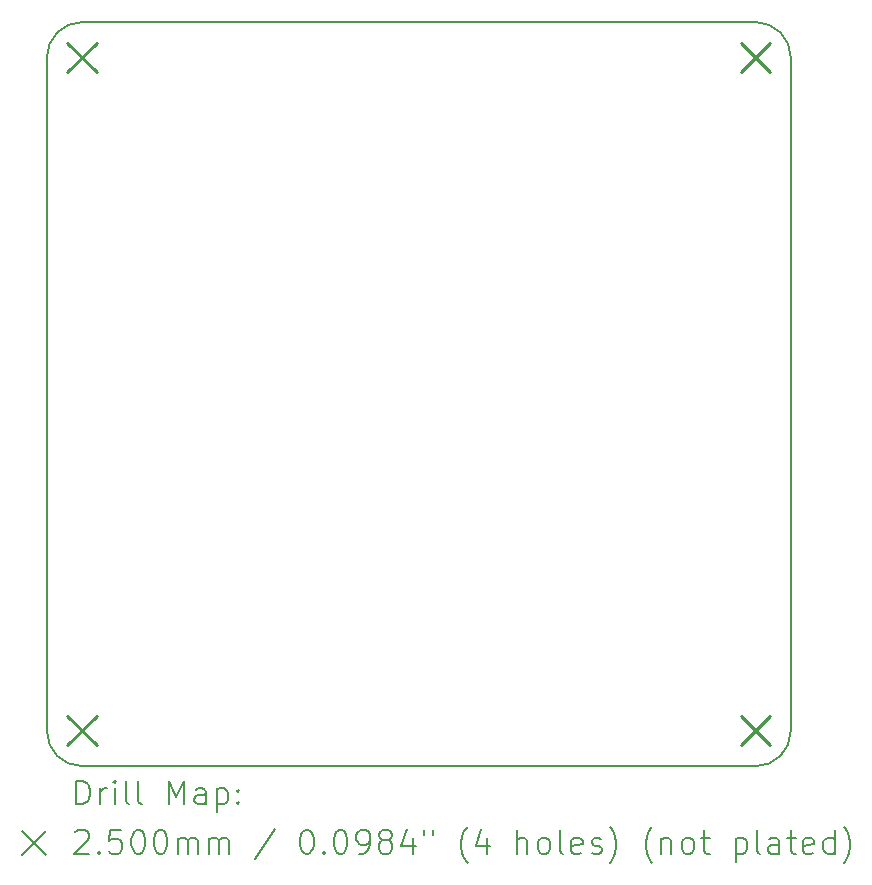
<source format=gbr>
%TF.GenerationSoftware,KiCad,Pcbnew,7.0.8*%
%TF.CreationDate,2024-05-10T10:59:23-03:00*%
%TF.ProjectId,on_off_module_x2,6f6e5f6f-6666-45f6-9d6f-64756c655f78,1.0*%
%TF.SameCoordinates,Original*%
%TF.FileFunction,Drillmap*%
%TF.FilePolarity,Positive*%
%FSLAX45Y45*%
G04 Gerber Fmt 4.5, Leading zero omitted, Abs format (unit mm)*
G04 Created by KiCad (PCBNEW 7.0.8) date 2024-05-10 10:59:23*
%MOMM*%
%LPD*%
G01*
G04 APERTURE LIST*
%ADD10C,0.200000*%
%ADD11C,0.250000*%
G04 APERTURE END LIST*
D10*
X12009120Y-5948185D02*
X17709120Y-5948185D01*
X12009120Y-5948190D02*
G75*
G03*
X11709120Y-6248191I0J-300000D01*
G01*
X18009125Y-6248185D02*
G75*
G03*
X17709120Y-5948185I-299995J5D01*
G01*
X11709119Y-11948191D02*
G75*
G03*
X12009120Y-12248191I299991J-9D01*
G01*
X11709120Y-11948191D02*
X11709120Y-6248191D01*
X12009120Y-12248191D02*
X17709120Y-12248191D01*
X18009120Y-6248185D02*
X18009120Y-11948191D01*
X17709120Y-12248190D02*
G75*
G03*
X18009120Y-11948191I0J300000D01*
G01*
D11*
X11884120Y-6123191D02*
X12134120Y-6373191D01*
X12134120Y-6123191D02*
X11884120Y-6373191D01*
X11884120Y-11823191D02*
X12134120Y-12073191D01*
X12134120Y-11823191D02*
X11884120Y-12073191D01*
X17584120Y-6123185D02*
X17834120Y-6373185D01*
X17834120Y-6123185D02*
X17584120Y-6373185D01*
X17584120Y-11823191D02*
X17834120Y-12073191D01*
X17834120Y-11823191D02*
X17584120Y-12073191D01*
D10*
X11959896Y-12569675D02*
X11959896Y-12369675D01*
X11959896Y-12369675D02*
X12007515Y-12369675D01*
X12007515Y-12369675D02*
X12036086Y-12379198D01*
X12036086Y-12379198D02*
X12055134Y-12398246D01*
X12055134Y-12398246D02*
X12064658Y-12417294D01*
X12064658Y-12417294D02*
X12074182Y-12455389D01*
X12074182Y-12455389D02*
X12074182Y-12483960D01*
X12074182Y-12483960D02*
X12064658Y-12522055D01*
X12064658Y-12522055D02*
X12055134Y-12541103D01*
X12055134Y-12541103D02*
X12036086Y-12560151D01*
X12036086Y-12560151D02*
X12007515Y-12569675D01*
X12007515Y-12569675D02*
X11959896Y-12569675D01*
X12159896Y-12569675D02*
X12159896Y-12436341D01*
X12159896Y-12474436D02*
X12169420Y-12455389D01*
X12169420Y-12455389D02*
X12178944Y-12445865D01*
X12178944Y-12445865D02*
X12197991Y-12436341D01*
X12197991Y-12436341D02*
X12217039Y-12436341D01*
X12283705Y-12569675D02*
X12283705Y-12436341D01*
X12283705Y-12369675D02*
X12274182Y-12379198D01*
X12274182Y-12379198D02*
X12283705Y-12388722D01*
X12283705Y-12388722D02*
X12293229Y-12379198D01*
X12293229Y-12379198D02*
X12283705Y-12369675D01*
X12283705Y-12369675D02*
X12283705Y-12388722D01*
X12407515Y-12569675D02*
X12388467Y-12560151D01*
X12388467Y-12560151D02*
X12378944Y-12541103D01*
X12378944Y-12541103D02*
X12378944Y-12369675D01*
X12512277Y-12569675D02*
X12493229Y-12560151D01*
X12493229Y-12560151D02*
X12483705Y-12541103D01*
X12483705Y-12541103D02*
X12483705Y-12369675D01*
X12740848Y-12569675D02*
X12740848Y-12369675D01*
X12740848Y-12369675D02*
X12807515Y-12512532D01*
X12807515Y-12512532D02*
X12874182Y-12369675D01*
X12874182Y-12369675D02*
X12874182Y-12569675D01*
X13055134Y-12569675D02*
X13055134Y-12464913D01*
X13055134Y-12464913D02*
X13045610Y-12445865D01*
X13045610Y-12445865D02*
X13026563Y-12436341D01*
X13026563Y-12436341D02*
X12988467Y-12436341D01*
X12988467Y-12436341D02*
X12969420Y-12445865D01*
X13055134Y-12560151D02*
X13036086Y-12569675D01*
X13036086Y-12569675D02*
X12988467Y-12569675D01*
X12988467Y-12569675D02*
X12969420Y-12560151D01*
X12969420Y-12560151D02*
X12959896Y-12541103D01*
X12959896Y-12541103D02*
X12959896Y-12522055D01*
X12959896Y-12522055D02*
X12969420Y-12503008D01*
X12969420Y-12503008D02*
X12988467Y-12493484D01*
X12988467Y-12493484D02*
X13036086Y-12493484D01*
X13036086Y-12493484D02*
X13055134Y-12483960D01*
X13150372Y-12436341D02*
X13150372Y-12636341D01*
X13150372Y-12445865D02*
X13169420Y-12436341D01*
X13169420Y-12436341D02*
X13207515Y-12436341D01*
X13207515Y-12436341D02*
X13226563Y-12445865D01*
X13226563Y-12445865D02*
X13236086Y-12455389D01*
X13236086Y-12455389D02*
X13245610Y-12474436D01*
X13245610Y-12474436D02*
X13245610Y-12531579D01*
X13245610Y-12531579D02*
X13236086Y-12550627D01*
X13236086Y-12550627D02*
X13226563Y-12560151D01*
X13226563Y-12560151D02*
X13207515Y-12569675D01*
X13207515Y-12569675D02*
X13169420Y-12569675D01*
X13169420Y-12569675D02*
X13150372Y-12560151D01*
X13331325Y-12550627D02*
X13340848Y-12560151D01*
X13340848Y-12560151D02*
X13331325Y-12569675D01*
X13331325Y-12569675D02*
X13321801Y-12560151D01*
X13321801Y-12560151D02*
X13331325Y-12550627D01*
X13331325Y-12550627D02*
X13331325Y-12569675D01*
X13331325Y-12445865D02*
X13340848Y-12455389D01*
X13340848Y-12455389D02*
X13331325Y-12464913D01*
X13331325Y-12464913D02*
X13321801Y-12455389D01*
X13321801Y-12455389D02*
X13331325Y-12445865D01*
X13331325Y-12445865D02*
X13331325Y-12464913D01*
X11499119Y-12798191D02*
X11699119Y-12998191D01*
X11699119Y-12798191D02*
X11499119Y-12998191D01*
X11950372Y-12808722D02*
X11959896Y-12799198D01*
X11959896Y-12799198D02*
X11978944Y-12789675D01*
X11978944Y-12789675D02*
X12026563Y-12789675D01*
X12026563Y-12789675D02*
X12045610Y-12799198D01*
X12045610Y-12799198D02*
X12055134Y-12808722D01*
X12055134Y-12808722D02*
X12064658Y-12827770D01*
X12064658Y-12827770D02*
X12064658Y-12846817D01*
X12064658Y-12846817D02*
X12055134Y-12875389D01*
X12055134Y-12875389D02*
X11940848Y-12989675D01*
X11940848Y-12989675D02*
X12064658Y-12989675D01*
X12150372Y-12970627D02*
X12159896Y-12980151D01*
X12159896Y-12980151D02*
X12150372Y-12989675D01*
X12150372Y-12989675D02*
X12140848Y-12980151D01*
X12140848Y-12980151D02*
X12150372Y-12970627D01*
X12150372Y-12970627D02*
X12150372Y-12989675D01*
X12340848Y-12789675D02*
X12245610Y-12789675D01*
X12245610Y-12789675D02*
X12236086Y-12884913D01*
X12236086Y-12884913D02*
X12245610Y-12875389D01*
X12245610Y-12875389D02*
X12264658Y-12865865D01*
X12264658Y-12865865D02*
X12312277Y-12865865D01*
X12312277Y-12865865D02*
X12331325Y-12875389D01*
X12331325Y-12875389D02*
X12340848Y-12884913D01*
X12340848Y-12884913D02*
X12350372Y-12903960D01*
X12350372Y-12903960D02*
X12350372Y-12951579D01*
X12350372Y-12951579D02*
X12340848Y-12970627D01*
X12340848Y-12970627D02*
X12331325Y-12980151D01*
X12331325Y-12980151D02*
X12312277Y-12989675D01*
X12312277Y-12989675D02*
X12264658Y-12989675D01*
X12264658Y-12989675D02*
X12245610Y-12980151D01*
X12245610Y-12980151D02*
X12236086Y-12970627D01*
X12474182Y-12789675D02*
X12493229Y-12789675D01*
X12493229Y-12789675D02*
X12512277Y-12799198D01*
X12512277Y-12799198D02*
X12521801Y-12808722D01*
X12521801Y-12808722D02*
X12531325Y-12827770D01*
X12531325Y-12827770D02*
X12540848Y-12865865D01*
X12540848Y-12865865D02*
X12540848Y-12913484D01*
X12540848Y-12913484D02*
X12531325Y-12951579D01*
X12531325Y-12951579D02*
X12521801Y-12970627D01*
X12521801Y-12970627D02*
X12512277Y-12980151D01*
X12512277Y-12980151D02*
X12493229Y-12989675D01*
X12493229Y-12989675D02*
X12474182Y-12989675D01*
X12474182Y-12989675D02*
X12455134Y-12980151D01*
X12455134Y-12980151D02*
X12445610Y-12970627D01*
X12445610Y-12970627D02*
X12436086Y-12951579D01*
X12436086Y-12951579D02*
X12426563Y-12913484D01*
X12426563Y-12913484D02*
X12426563Y-12865865D01*
X12426563Y-12865865D02*
X12436086Y-12827770D01*
X12436086Y-12827770D02*
X12445610Y-12808722D01*
X12445610Y-12808722D02*
X12455134Y-12799198D01*
X12455134Y-12799198D02*
X12474182Y-12789675D01*
X12664658Y-12789675D02*
X12683706Y-12789675D01*
X12683706Y-12789675D02*
X12702753Y-12799198D01*
X12702753Y-12799198D02*
X12712277Y-12808722D01*
X12712277Y-12808722D02*
X12721801Y-12827770D01*
X12721801Y-12827770D02*
X12731325Y-12865865D01*
X12731325Y-12865865D02*
X12731325Y-12913484D01*
X12731325Y-12913484D02*
X12721801Y-12951579D01*
X12721801Y-12951579D02*
X12712277Y-12970627D01*
X12712277Y-12970627D02*
X12702753Y-12980151D01*
X12702753Y-12980151D02*
X12683706Y-12989675D01*
X12683706Y-12989675D02*
X12664658Y-12989675D01*
X12664658Y-12989675D02*
X12645610Y-12980151D01*
X12645610Y-12980151D02*
X12636086Y-12970627D01*
X12636086Y-12970627D02*
X12626563Y-12951579D01*
X12626563Y-12951579D02*
X12617039Y-12913484D01*
X12617039Y-12913484D02*
X12617039Y-12865865D01*
X12617039Y-12865865D02*
X12626563Y-12827770D01*
X12626563Y-12827770D02*
X12636086Y-12808722D01*
X12636086Y-12808722D02*
X12645610Y-12799198D01*
X12645610Y-12799198D02*
X12664658Y-12789675D01*
X12817039Y-12989675D02*
X12817039Y-12856341D01*
X12817039Y-12875389D02*
X12826563Y-12865865D01*
X12826563Y-12865865D02*
X12845610Y-12856341D01*
X12845610Y-12856341D02*
X12874182Y-12856341D01*
X12874182Y-12856341D02*
X12893229Y-12865865D01*
X12893229Y-12865865D02*
X12902753Y-12884913D01*
X12902753Y-12884913D02*
X12902753Y-12989675D01*
X12902753Y-12884913D02*
X12912277Y-12865865D01*
X12912277Y-12865865D02*
X12931325Y-12856341D01*
X12931325Y-12856341D02*
X12959896Y-12856341D01*
X12959896Y-12856341D02*
X12978944Y-12865865D01*
X12978944Y-12865865D02*
X12988467Y-12884913D01*
X12988467Y-12884913D02*
X12988467Y-12989675D01*
X13083706Y-12989675D02*
X13083706Y-12856341D01*
X13083706Y-12875389D02*
X13093229Y-12865865D01*
X13093229Y-12865865D02*
X13112277Y-12856341D01*
X13112277Y-12856341D02*
X13140848Y-12856341D01*
X13140848Y-12856341D02*
X13159896Y-12865865D01*
X13159896Y-12865865D02*
X13169420Y-12884913D01*
X13169420Y-12884913D02*
X13169420Y-12989675D01*
X13169420Y-12884913D02*
X13178944Y-12865865D01*
X13178944Y-12865865D02*
X13197991Y-12856341D01*
X13197991Y-12856341D02*
X13226563Y-12856341D01*
X13226563Y-12856341D02*
X13245610Y-12865865D01*
X13245610Y-12865865D02*
X13255134Y-12884913D01*
X13255134Y-12884913D02*
X13255134Y-12989675D01*
X13645610Y-12780151D02*
X13474182Y-13037294D01*
X13902753Y-12789675D02*
X13921801Y-12789675D01*
X13921801Y-12789675D02*
X13940849Y-12799198D01*
X13940849Y-12799198D02*
X13950372Y-12808722D01*
X13950372Y-12808722D02*
X13959896Y-12827770D01*
X13959896Y-12827770D02*
X13969420Y-12865865D01*
X13969420Y-12865865D02*
X13969420Y-12913484D01*
X13969420Y-12913484D02*
X13959896Y-12951579D01*
X13959896Y-12951579D02*
X13950372Y-12970627D01*
X13950372Y-12970627D02*
X13940849Y-12980151D01*
X13940849Y-12980151D02*
X13921801Y-12989675D01*
X13921801Y-12989675D02*
X13902753Y-12989675D01*
X13902753Y-12989675D02*
X13883706Y-12980151D01*
X13883706Y-12980151D02*
X13874182Y-12970627D01*
X13874182Y-12970627D02*
X13864658Y-12951579D01*
X13864658Y-12951579D02*
X13855134Y-12913484D01*
X13855134Y-12913484D02*
X13855134Y-12865865D01*
X13855134Y-12865865D02*
X13864658Y-12827770D01*
X13864658Y-12827770D02*
X13874182Y-12808722D01*
X13874182Y-12808722D02*
X13883706Y-12799198D01*
X13883706Y-12799198D02*
X13902753Y-12789675D01*
X14055134Y-12970627D02*
X14064658Y-12980151D01*
X14064658Y-12980151D02*
X14055134Y-12989675D01*
X14055134Y-12989675D02*
X14045610Y-12980151D01*
X14045610Y-12980151D02*
X14055134Y-12970627D01*
X14055134Y-12970627D02*
X14055134Y-12989675D01*
X14188468Y-12789675D02*
X14207515Y-12789675D01*
X14207515Y-12789675D02*
X14226563Y-12799198D01*
X14226563Y-12799198D02*
X14236087Y-12808722D01*
X14236087Y-12808722D02*
X14245610Y-12827770D01*
X14245610Y-12827770D02*
X14255134Y-12865865D01*
X14255134Y-12865865D02*
X14255134Y-12913484D01*
X14255134Y-12913484D02*
X14245610Y-12951579D01*
X14245610Y-12951579D02*
X14236087Y-12970627D01*
X14236087Y-12970627D02*
X14226563Y-12980151D01*
X14226563Y-12980151D02*
X14207515Y-12989675D01*
X14207515Y-12989675D02*
X14188468Y-12989675D01*
X14188468Y-12989675D02*
X14169420Y-12980151D01*
X14169420Y-12980151D02*
X14159896Y-12970627D01*
X14159896Y-12970627D02*
X14150372Y-12951579D01*
X14150372Y-12951579D02*
X14140849Y-12913484D01*
X14140849Y-12913484D02*
X14140849Y-12865865D01*
X14140849Y-12865865D02*
X14150372Y-12827770D01*
X14150372Y-12827770D02*
X14159896Y-12808722D01*
X14159896Y-12808722D02*
X14169420Y-12799198D01*
X14169420Y-12799198D02*
X14188468Y-12789675D01*
X14350372Y-12989675D02*
X14388468Y-12989675D01*
X14388468Y-12989675D02*
X14407515Y-12980151D01*
X14407515Y-12980151D02*
X14417039Y-12970627D01*
X14417039Y-12970627D02*
X14436087Y-12942055D01*
X14436087Y-12942055D02*
X14445610Y-12903960D01*
X14445610Y-12903960D02*
X14445610Y-12827770D01*
X14445610Y-12827770D02*
X14436087Y-12808722D01*
X14436087Y-12808722D02*
X14426563Y-12799198D01*
X14426563Y-12799198D02*
X14407515Y-12789675D01*
X14407515Y-12789675D02*
X14369420Y-12789675D01*
X14369420Y-12789675D02*
X14350372Y-12799198D01*
X14350372Y-12799198D02*
X14340849Y-12808722D01*
X14340849Y-12808722D02*
X14331325Y-12827770D01*
X14331325Y-12827770D02*
X14331325Y-12875389D01*
X14331325Y-12875389D02*
X14340849Y-12894436D01*
X14340849Y-12894436D02*
X14350372Y-12903960D01*
X14350372Y-12903960D02*
X14369420Y-12913484D01*
X14369420Y-12913484D02*
X14407515Y-12913484D01*
X14407515Y-12913484D02*
X14426563Y-12903960D01*
X14426563Y-12903960D02*
X14436087Y-12894436D01*
X14436087Y-12894436D02*
X14445610Y-12875389D01*
X14559896Y-12875389D02*
X14540849Y-12865865D01*
X14540849Y-12865865D02*
X14531325Y-12856341D01*
X14531325Y-12856341D02*
X14521801Y-12837294D01*
X14521801Y-12837294D02*
X14521801Y-12827770D01*
X14521801Y-12827770D02*
X14531325Y-12808722D01*
X14531325Y-12808722D02*
X14540849Y-12799198D01*
X14540849Y-12799198D02*
X14559896Y-12789675D01*
X14559896Y-12789675D02*
X14597991Y-12789675D01*
X14597991Y-12789675D02*
X14617039Y-12799198D01*
X14617039Y-12799198D02*
X14626563Y-12808722D01*
X14626563Y-12808722D02*
X14636087Y-12827770D01*
X14636087Y-12827770D02*
X14636087Y-12837294D01*
X14636087Y-12837294D02*
X14626563Y-12856341D01*
X14626563Y-12856341D02*
X14617039Y-12865865D01*
X14617039Y-12865865D02*
X14597991Y-12875389D01*
X14597991Y-12875389D02*
X14559896Y-12875389D01*
X14559896Y-12875389D02*
X14540849Y-12884913D01*
X14540849Y-12884913D02*
X14531325Y-12894436D01*
X14531325Y-12894436D02*
X14521801Y-12913484D01*
X14521801Y-12913484D02*
X14521801Y-12951579D01*
X14521801Y-12951579D02*
X14531325Y-12970627D01*
X14531325Y-12970627D02*
X14540849Y-12980151D01*
X14540849Y-12980151D02*
X14559896Y-12989675D01*
X14559896Y-12989675D02*
X14597991Y-12989675D01*
X14597991Y-12989675D02*
X14617039Y-12980151D01*
X14617039Y-12980151D02*
X14626563Y-12970627D01*
X14626563Y-12970627D02*
X14636087Y-12951579D01*
X14636087Y-12951579D02*
X14636087Y-12913484D01*
X14636087Y-12913484D02*
X14626563Y-12894436D01*
X14626563Y-12894436D02*
X14617039Y-12884913D01*
X14617039Y-12884913D02*
X14597991Y-12875389D01*
X14807515Y-12856341D02*
X14807515Y-12989675D01*
X14759896Y-12780151D02*
X14712277Y-12923008D01*
X14712277Y-12923008D02*
X14836087Y-12923008D01*
X14902753Y-12789675D02*
X14902753Y-12827770D01*
X14978944Y-12789675D02*
X14978944Y-12827770D01*
X15274182Y-13065865D02*
X15264658Y-13056341D01*
X15264658Y-13056341D02*
X15245611Y-13027770D01*
X15245611Y-13027770D02*
X15236087Y-13008722D01*
X15236087Y-13008722D02*
X15226563Y-12980151D01*
X15226563Y-12980151D02*
X15217039Y-12932532D01*
X15217039Y-12932532D02*
X15217039Y-12894436D01*
X15217039Y-12894436D02*
X15226563Y-12846817D01*
X15226563Y-12846817D02*
X15236087Y-12818246D01*
X15236087Y-12818246D02*
X15245611Y-12799198D01*
X15245611Y-12799198D02*
X15264658Y-12770627D01*
X15264658Y-12770627D02*
X15274182Y-12761103D01*
X15436087Y-12856341D02*
X15436087Y-12989675D01*
X15388468Y-12780151D02*
X15340849Y-12923008D01*
X15340849Y-12923008D02*
X15464658Y-12923008D01*
X15693230Y-12989675D02*
X15693230Y-12789675D01*
X15778944Y-12989675D02*
X15778944Y-12884913D01*
X15778944Y-12884913D02*
X15769420Y-12865865D01*
X15769420Y-12865865D02*
X15750373Y-12856341D01*
X15750373Y-12856341D02*
X15721801Y-12856341D01*
X15721801Y-12856341D02*
X15702753Y-12865865D01*
X15702753Y-12865865D02*
X15693230Y-12875389D01*
X15902753Y-12989675D02*
X15883706Y-12980151D01*
X15883706Y-12980151D02*
X15874182Y-12970627D01*
X15874182Y-12970627D02*
X15864658Y-12951579D01*
X15864658Y-12951579D02*
X15864658Y-12894436D01*
X15864658Y-12894436D02*
X15874182Y-12875389D01*
X15874182Y-12875389D02*
X15883706Y-12865865D01*
X15883706Y-12865865D02*
X15902753Y-12856341D01*
X15902753Y-12856341D02*
X15931325Y-12856341D01*
X15931325Y-12856341D02*
X15950373Y-12865865D01*
X15950373Y-12865865D02*
X15959896Y-12875389D01*
X15959896Y-12875389D02*
X15969420Y-12894436D01*
X15969420Y-12894436D02*
X15969420Y-12951579D01*
X15969420Y-12951579D02*
X15959896Y-12970627D01*
X15959896Y-12970627D02*
X15950373Y-12980151D01*
X15950373Y-12980151D02*
X15931325Y-12989675D01*
X15931325Y-12989675D02*
X15902753Y-12989675D01*
X16083706Y-12989675D02*
X16064658Y-12980151D01*
X16064658Y-12980151D02*
X16055134Y-12961103D01*
X16055134Y-12961103D02*
X16055134Y-12789675D01*
X16236087Y-12980151D02*
X16217039Y-12989675D01*
X16217039Y-12989675D02*
X16178944Y-12989675D01*
X16178944Y-12989675D02*
X16159896Y-12980151D01*
X16159896Y-12980151D02*
X16150373Y-12961103D01*
X16150373Y-12961103D02*
X16150373Y-12884913D01*
X16150373Y-12884913D02*
X16159896Y-12865865D01*
X16159896Y-12865865D02*
X16178944Y-12856341D01*
X16178944Y-12856341D02*
X16217039Y-12856341D01*
X16217039Y-12856341D02*
X16236087Y-12865865D01*
X16236087Y-12865865D02*
X16245611Y-12884913D01*
X16245611Y-12884913D02*
X16245611Y-12903960D01*
X16245611Y-12903960D02*
X16150373Y-12923008D01*
X16321801Y-12980151D02*
X16340849Y-12989675D01*
X16340849Y-12989675D02*
X16378944Y-12989675D01*
X16378944Y-12989675D02*
X16397992Y-12980151D01*
X16397992Y-12980151D02*
X16407515Y-12961103D01*
X16407515Y-12961103D02*
X16407515Y-12951579D01*
X16407515Y-12951579D02*
X16397992Y-12932532D01*
X16397992Y-12932532D02*
X16378944Y-12923008D01*
X16378944Y-12923008D02*
X16350373Y-12923008D01*
X16350373Y-12923008D02*
X16331325Y-12913484D01*
X16331325Y-12913484D02*
X16321801Y-12894436D01*
X16321801Y-12894436D02*
X16321801Y-12884913D01*
X16321801Y-12884913D02*
X16331325Y-12865865D01*
X16331325Y-12865865D02*
X16350373Y-12856341D01*
X16350373Y-12856341D02*
X16378944Y-12856341D01*
X16378944Y-12856341D02*
X16397992Y-12865865D01*
X16474182Y-13065865D02*
X16483706Y-13056341D01*
X16483706Y-13056341D02*
X16502754Y-13027770D01*
X16502754Y-13027770D02*
X16512277Y-13008722D01*
X16512277Y-13008722D02*
X16521801Y-12980151D01*
X16521801Y-12980151D02*
X16531325Y-12932532D01*
X16531325Y-12932532D02*
X16531325Y-12894436D01*
X16531325Y-12894436D02*
X16521801Y-12846817D01*
X16521801Y-12846817D02*
X16512277Y-12818246D01*
X16512277Y-12818246D02*
X16502754Y-12799198D01*
X16502754Y-12799198D02*
X16483706Y-12770627D01*
X16483706Y-12770627D02*
X16474182Y-12761103D01*
X16836087Y-13065865D02*
X16826563Y-13056341D01*
X16826563Y-13056341D02*
X16807516Y-13027770D01*
X16807516Y-13027770D02*
X16797992Y-13008722D01*
X16797992Y-13008722D02*
X16788468Y-12980151D01*
X16788468Y-12980151D02*
X16778944Y-12932532D01*
X16778944Y-12932532D02*
X16778944Y-12894436D01*
X16778944Y-12894436D02*
X16788468Y-12846817D01*
X16788468Y-12846817D02*
X16797992Y-12818246D01*
X16797992Y-12818246D02*
X16807516Y-12799198D01*
X16807516Y-12799198D02*
X16826563Y-12770627D01*
X16826563Y-12770627D02*
X16836087Y-12761103D01*
X16912277Y-12856341D02*
X16912277Y-12989675D01*
X16912277Y-12875389D02*
X16921801Y-12865865D01*
X16921801Y-12865865D02*
X16940849Y-12856341D01*
X16940849Y-12856341D02*
X16969420Y-12856341D01*
X16969420Y-12856341D02*
X16988468Y-12865865D01*
X16988468Y-12865865D02*
X16997992Y-12884913D01*
X16997992Y-12884913D02*
X16997992Y-12989675D01*
X17121801Y-12989675D02*
X17102754Y-12980151D01*
X17102754Y-12980151D02*
X17093230Y-12970627D01*
X17093230Y-12970627D02*
X17083706Y-12951579D01*
X17083706Y-12951579D02*
X17083706Y-12894436D01*
X17083706Y-12894436D02*
X17093230Y-12875389D01*
X17093230Y-12875389D02*
X17102754Y-12865865D01*
X17102754Y-12865865D02*
X17121801Y-12856341D01*
X17121801Y-12856341D02*
X17150373Y-12856341D01*
X17150373Y-12856341D02*
X17169420Y-12865865D01*
X17169420Y-12865865D02*
X17178944Y-12875389D01*
X17178944Y-12875389D02*
X17188468Y-12894436D01*
X17188468Y-12894436D02*
X17188468Y-12951579D01*
X17188468Y-12951579D02*
X17178944Y-12970627D01*
X17178944Y-12970627D02*
X17169420Y-12980151D01*
X17169420Y-12980151D02*
X17150373Y-12989675D01*
X17150373Y-12989675D02*
X17121801Y-12989675D01*
X17245611Y-12856341D02*
X17321801Y-12856341D01*
X17274182Y-12789675D02*
X17274182Y-12961103D01*
X17274182Y-12961103D02*
X17283706Y-12980151D01*
X17283706Y-12980151D02*
X17302754Y-12989675D01*
X17302754Y-12989675D02*
X17321801Y-12989675D01*
X17540849Y-12856341D02*
X17540849Y-13056341D01*
X17540849Y-12865865D02*
X17559897Y-12856341D01*
X17559897Y-12856341D02*
X17597992Y-12856341D01*
X17597992Y-12856341D02*
X17617039Y-12865865D01*
X17617039Y-12865865D02*
X17626563Y-12875389D01*
X17626563Y-12875389D02*
X17636087Y-12894436D01*
X17636087Y-12894436D02*
X17636087Y-12951579D01*
X17636087Y-12951579D02*
X17626563Y-12970627D01*
X17626563Y-12970627D02*
X17617039Y-12980151D01*
X17617039Y-12980151D02*
X17597992Y-12989675D01*
X17597992Y-12989675D02*
X17559897Y-12989675D01*
X17559897Y-12989675D02*
X17540849Y-12980151D01*
X17750373Y-12989675D02*
X17731325Y-12980151D01*
X17731325Y-12980151D02*
X17721801Y-12961103D01*
X17721801Y-12961103D02*
X17721801Y-12789675D01*
X17912278Y-12989675D02*
X17912278Y-12884913D01*
X17912278Y-12884913D02*
X17902754Y-12865865D01*
X17902754Y-12865865D02*
X17883706Y-12856341D01*
X17883706Y-12856341D02*
X17845611Y-12856341D01*
X17845611Y-12856341D02*
X17826563Y-12865865D01*
X17912278Y-12980151D02*
X17893230Y-12989675D01*
X17893230Y-12989675D02*
X17845611Y-12989675D01*
X17845611Y-12989675D02*
X17826563Y-12980151D01*
X17826563Y-12980151D02*
X17817039Y-12961103D01*
X17817039Y-12961103D02*
X17817039Y-12942055D01*
X17817039Y-12942055D02*
X17826563Y-12923008D01*
X17826563Y-12923008D02*
X17845611Y-12913484D01*
X17845611Y-12913484D02*
X17893230Y-12913484D01*
X17893230Y-12913484D02*
X17912278Y-12903960D01*
X17978944Y-12856341D02*
X18055135Y-12856341D01*
X18007516Y-12789675D02*
X18007516Y-12961103D01*
X18007516Y-12961103D02*
X18017039Y-12980151D01*
X18017039Y-12980151D02*
X18036087Y-12989675D01*
X18036087Y-12989675D02*
X18055135Y-12989675D01*
X18197992Y-12980151D02*
X18178944Y-12989675D01*
X18178944Y-12989675D02*
X18140849Y-12989675D01*
X18140849Y-12989675D02*
X18121801Y-12980151D01*
X18121801Y-12980151D02*
X18112278Y-12961103D01*
X18112278Y-12961103D02*
X18112278Y-12884913D01*
X18112278Y-12884913D02*
X18121801Y-12865865D01*
X18121801Y-12865865D02*
X18140849Y-12856341D01*
X18140849Y-12856341D02*
X18178944Y-12856341D01*
X18178944Y-12856341D02*
X18197992Y-12865865D01*
X18197992Y-12865865D02*
X18207516Y-12884913D01*
X18207516Y-12884913D02*
X18207516Y-12903960D01*
X18207516Y-12903960D02*
X18112278Y-12923008D01*
X18378944Y-12989675D02*
X18378944Y-12789675D01*
X18378944Y-12980151D02*
X18359897Y-12989675D01*
X18359897Y-12989675D02*
X18321801Y-12989675D01*
X18321801Y-12989675D02*
X18302754Y-12980151D01*
X18302754Y-12980151D02*
X18293230Y-12970627D01*
X18293230Y-12970627D02*
X18283706Y-12951579D01*
X18283706Y-12951579D02*
X18283706Y-12894436D01*
X18283706Y-12894436D02*
X18293230Y-12875389D01*
X18293230Y-12875389D02*
X18302754Y-12865865D01*
X18302754Y-12865865D02*
X18321801Y-12856341D01*
X18321801Y-12856341D02*
X18359897Y-12856341D01*
X18359897Y-12856341D02*
X18378944Y-12865865D01*
X18455135Y-13065865D02*
X18464659Y-13056341D01*
X18464659Y-13056341D02*
X18483706Y-13027770D01*
X18483706Y-13027770D02*
X18493230Y-13008722D01*
X18493230Y-13008722D02*
X18502754Y-12980151D01*
X18502754Y-12980151D02*
X18512278Y-12932532D01*
X18512278Y-12932532D02*
X18512278Y-12894436D01*
X18512278Y-12894436D02*
X18502754Y-12846817D01*
X18502754Y-12846817D02*
X18493230Y-12818246D01*
X18493230Y-12818246D02*
X18483706Y-12799198D01*
X18483706Y-12799198D02*
X18464659Y-12770627D01*
X18464659Y-12770627D02*
X18455135Y-12761103D01*
M02*

</source>
